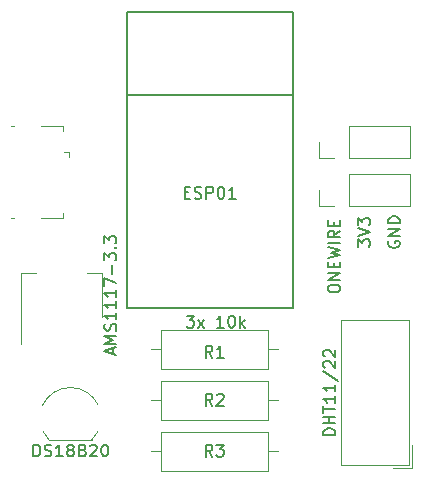
<source format=gbr>
G04 #@! TF.GenerationSoftware,KiCad,Pcbnew,5.1.2*
G04 #@! TF.CreationDate,2019-06-25T15:37:04+02:00*
G04 #@! TF.ProjectId,esp01-tempsensor,65737030-312d-4746-956d-7073656e736f,rev?*
G04 #@! TF.SameCoordinates,Original*
G04 #@! TF.FileFunction,Legend,Top*
G04 #@! TF.FilePolarity,Positive*
%FSLAX46Y46*%
G04 Gerber Fmt 4.6, Leading zero omitted, Abs format (unit mm)*
G04 Created by KiCad (PCBNEW 5.1.2) date 2019-06-25 15:37:04*
%MOMM*%
%LPD*%
G04 APERTURE LIST*
%ADD10C,0.150000*%
%ADD11C,0.200000*%
%ADD12C,0.120000*%
G04 APERTURE END LIST*
D10*
X138366809Y-121372380D02*
X138985857Y-121372380D01*
X138652523Y-121753333D01*
X138795380Y-121753333D01*
X138890619Y-121800952D01*
X138938238Y-121848571D01*
X138985857Y-121943809D01*
X138985857Y-122181904D01*
X138938238Y-122277142D01*
X138890619Y-122324761D01*
X138795380Y-122372380D01*
X138509666Y-122372380D01*
X138414428Y-122324761D01*
X138366809Y-122277142D01*
X139319190Y-122372380D02*
X139843000Y-121705714D01*
X139319190Y-121705714D02*
X139843000Y-122372380D01*
X141509666Y-122372380D02*
X140938238Y-122372380D01*
X141223952Y-122372380D02*
X141223952Y-121372380D01*
X141128714Y-121515238D01*
X141033476Y-121610476D01*
X140938238Y-121658095D01*
X142128714Y-121372380D02*
X142223952Y-121372380D01*
X142319190Y-121420000D01*
X142366809Y-121467619D01*
X142414428Y-121562857D01*
X142462047Y-121753333D01*
X142462047Y-121991428D01*
X142414428Y-122181904D01*
X142366809Y-122277142D01*
X142319190Y-122324761D01*
X142223952Y-122372380D01*
X142128714Y-122372380D01*
X142033476Y-122324761D01*
X141985857Y-122277142D01*
X141938238Y-122181904D01*
X141890619Y-121991428D01*
X141890619Y-121753333D01*
X141938238Y-121562857D01*
X141985857Y-121467619D01*
X142033476Y-121420000D01*
X142128714Y-121372380D01*
X142890619Y-122372380D02*
X142890619Y-121372380D01*
X142985857Y-121991428D02*
X143271571Y-122372380D01*
X143271571Y-121705714D02*
X142890619Y-122086666D01*
D11*
X155456000Y-115061904D02*
X155408380Y-115157142D01*
X155408380Y-115300000D01*
X155456000Y-115442857D01*
X155551238Y-115538095D01*
X155646476Y-115585714D01*
X155836952Y-115633333D01*
X155979809Y-115633333D01*
X156170285Y-115585714D01*
X156265523Y-115538095D01*
X156360761Y-115442857D01*
X156408380Y-115300000D01*
X156408380Y-115204761D01*
X156360761Y-115061904D01*
X156313142Y-115014285D01*
X155979809Y-115014285D01*
X155979809Y-115204761D01*
X156408380Y-114585714D02*
X155408380Y-114585714D01*
X156408380Y-114014285D01*
X155408380Y-114014285D01*
X156408380Y-113538095D02*
X155408380Y-113538095D01*
X155408380Y-113300000D01*
X155456000Y-113157142D01*
X155551238Y-113061904D01*
X155646476Y-113014285D01*
X155836952Y-112966666D01*
X155979809Y-112966666D01*
X156170285Y-113014285D01*
X156265523Y-113061904D01*
X156360761Y-113157142D01*
X156408380Y-113300000D01*
X156408380Y-113538095D01*
X152868380Y-115538095D02*
X152868380Y-114919047D01*
X153249333Y-115252380D01*
X153249333Y-115109523D01*
X153296952Y-115014285D01*
X153344571Y-114966666D01*
X153439809Y-114919047D01*
X153677904Y-114919047D01*
X153773142Y-114966666D01*
X153820761Y-115014285D01*
X153868380Y-115109523D01*
X153868380Y-115395238D01*
X153820761Y-115490476D01*
X153773142Y-115538095D01*
X152868380Y-114633333D02*
X153868380Y-114300000D01*
X152868380Y-113966666D01*
X152868380Y-113728571D02*
X152868380Y-113109523D01*
X153249333Y-113442857D01*
X153249333Y-113300000D01*
X153296952Y-113204761D01*
X153344571Y-113157142D01*
X153439809Y-113109523D01*
X153677904Y-113109523D01*
X153773142Y-113157142D01*
X153820761Y-113204761D01*
X153868380Y-113300000D01*
X153868380Y-113585714D01*
X153820761Y-113680952D01*
X153773142Y-113728571D01*
X150328380Y-119165333D02*
X150328380Y-118974857D01*
X150376000Y-118879619D01*
X150471238Y-118784380D01*
X150661714Y-118736761D01*
X150995047Y-118736761D01*
X151185523Y-118784380D01*
X151280761Y-118879619D01*
X151328380Y-118974857D01*
X151328380Y-119165333D01*
X151280761Y-119260571D01*
X151185523Y-119355809D01*
X150995047Y-119403428D01*
X150661714Y-119403428D01*
X150471238Y-119355809D01*
X150376000Y-119260571D01*
X150328380Y-119165333D01*
X151328380Y-118308190D02*
X150328380Y-118308190D01*
X151328380Y-117736761D01*
X150328380Y-117736761D01*
X150804571Y-117260571D02*
X150804571Y-116927238D01*
X151328380Y-116784380D02*
X151328380Y-117260571D01*
X150328380Y-117260571D01*
X150328380Y-116784380D01*
X150328380Y-116451047D02*
X151328380Y-116212952D01*
X150614095Y-116022476D01*
X151328380Y-115832000D01*
X150328380Y-115593904D01*
X151328380Y-115212952D02*
X150328380Y-115212952D01*
X151328380Y-114165333D02*
X150852190Y-114498666D01*
X151328380Y-114736761D02*
X150328380Y-114736761D01*
X150328380Y-114355809D01*
X150376000Y-114260571D01*
X150423619Y-114212952D01*
X150518857Y-114165333D01*
X150661714Y-114165333D01*
X150756952Y-114212952D01*
X150804571Y-114260571D01*
X150852190Y-114355809D01*
X150852190Y-114736761D01*
X150804571Y-113736761D02*
X150804571Y-113403428D01*
X151328380Y-113260571D02*
X151328380Y-113736761D01*
X150328380Y-113736761D01*
X150328380Y-113260571D01*
D10*
X133335000Y-102697000D02*
X147335000Y-102697000D01*
X133335000Y-95697000D02*
X147335000Y-95697000D01*
X147335000Y-95697000D02*
X147335000Y-120697000D01*
X133335000Y-120697000D02*
X147335000Y-120697000D01*
X133335000Y-95697000D02*
X133335000Y-120697000D01*
D12*
X131172000Y-117724000D02*
X129912000Y-117724000D01*
X124352000Y-117724000D02*
X125612000Y-117724000D01*
X131172000Y-121484000D02*
X131172000Y-117724000D01*
X124352000Y-123734000D02*
X124352000Y-117724000D01*
X157465000Y-134299000D02*
X155855000Y-134299000D01*
X157465000Y-134299000D02*
X157465000Y-132299000D01*
X157185000Y-121759000D02*
X157185000Y-134009000D01*
X151425000Y-121759000D02*
X157185000Y-121759000D01*
X151425000Y-134019000D02*
X151425000Y-121759000D01*
X157175000Y-134019000D02*
X151435000Y-134019000D01*
X126724000Y-131898000D02*
X130324000Y-131898000D01*
X126199816Y-131170795D02*
G75*
G03X126724000Y-131898000I2324184J1122795D01*
G01*
X126167600Y-128949193D02*
G75*
G02X128524000Y-127448000I2356400J-1098807D01*
G01*
X130880400Y-128949193D02*
G75*
G03X128524000Y-127448000I-2356400J-1098807D01*
G01*
X130848184Y-131170795D02*
G75*
G02X130324000Y-131898000I-2324184J1122795D01*
G01*
X145276000Y-134502000D02*
X145276000Y-131182000D01*
X145276000Y-131182000D02*
X136156000Y-131182000D01*
X136156000Y-131182000D02*
X136156000Y-134502000D01*
X136156000Y-134502000D02*
X145276000Y-134502000D01*
X146086000Y-132842000D02*
X145276000Y-132842000D01*
X135346000Y-132842000D02*
X136156000Y-132842000D01*
X145276000Y-130184000D02*
X145276000Y-126864000D01*
X145276000Y-126864000D02*
X136156000Y-126864000D01*
X136156000Y-126864000D02*
X136156000Y-130184000D01*
X136156000Y-130184000D02*
X145276000Y-130184000D01*
X146086000Y-128524000D02*
X145276000Y-128524000D01*
X135346000Y-128524000D02*
X136156000Y-128524000D01*
X145276000Y-125866000D02*
X145276000Y-122546000D01*
X145276000Y-122546000D02*
X136156000Y-122546000D01*
X136156000Y-122546000D02*
X136156000Y-125866000D01*
X136156000Y-125866000D02*
X145276000Y-125866000D01*
X146086000Y-124206000D02*
X145276000Y-124206000D01*
X135346000Y-124206000D02*
X136156000Y-124206000D01*
X127872000Y-105320000D02*
X127872000Y-105770000D01*
X126022000Y-105320000D02*
X127872000Y-105320000D01*
X123472000Y-113120000D02*
X123722000Y-113120000D01*
X123472000Y-105320000D02*
X123722000Y-105320000D01*
X126022000Y-113120000D02*
X127872000Y-113120000D01*
X127872000Y-113120000D02*
X127872000Y-112670000D01*
X128422000Y-107520000D02*
X128422000Y-107970000D01*
X128422000Y-107520000D02*
X127972000Y-107520000D01*
X157286000Y-112074000D02*
X157286000Y-109414000D01*
X152146000Y-112074000D02*
X157286000Y-112074000D01*
X152146000Y-109414000D02*
X157286000Y-109414000D01*
X152146000Y-112074000D02*
X152146000Y-109414000D01*
X150876000Y-112074000D02*
X149546000Y-112074000D01*
X149546000Y-112074000D02*
X149546000Y-110744000D01*
X157286000Y-108010000D02*
X157286000Y-105350000D01*
X152146000Y-108010000D02*
X157286000Y-108010000D01*
X152146000Y-105350000D02*
X157286000Y-105350000D01*
X152146000Y-108010000D02*
X152146000Y-105350000D01*
X150876000Y-108010000D02*
X149546000Y-108010000D01*
X149546000Y-108010000D02*
X149546000Y-106680000D01*
D10*
X138179682Y-110939231D02*
X138513016Y-110939231D01*
X138655873Y-111463040D02*
X138179682Y-111463040D01*
X138179682Y-110463040D01*
X138655873Y-110463040D01*
X139036825Y-111415421D02*
X139179682Y-111463040D01*
X139417778Y-111463040D01*
X139513016Y-111415421D01*
X139560635Y-111367802D01*
X139608254Y-111272564D01*
X139608254Y-111177326D01*
X139560635Y-111082088D01*
X139513016Y-111034469D01*
X139417778Y-110986850D01*
X139227301Y-110939231D01*
X139132063Y-110891612D01*
X139084444Y-110843993D01*
X139036825Y-110748755D01*
X139036825Y-110653517D01*
X139084444Y-110558279D01*
X139132063Y-110510660D01*
X139227301Y-110463040D01*
X139465397Y-110463040D01*
X139608254Y-110510660D01*
X140036825Y-111463040D02*
X140036825Y-110463040D01*
X140417778Y-110463040D01*
X140513016Y-110510660D01*
X140560635Y-110558279D01*
X140608254Y-110653517D01*
X140608254Y-110796374D01*
X140560635Y-110891612D01*
X140513016Y-110939231D01*
X140417778Y-110986850D01*
X140036825Y-110986850D01*
X141227301Y-110463040D02*
X141322540Y-110463040D01*
X141417778Y-110510660D01*
X141465397Y-110558279D01*
X141513016Y-110653517D01*
X141560635Y-110843993D01*
X141560635Y-111082088D01*
X141513016Y-111272564D01*
X141465397Y-111367802D01*
X141417778Y-111415421D01*
X141322540Y-111463040D01*
X141227301Y-111463040D01*
X141132063Y-111415421D01*
X141084444Y-111367802D01*
X141036825Y-111272564D01*
X140989206Y-111082088D01*
X140989206Y-110843993D01*
X141036825Y-110653517D01*
X141084444Y-110558279D01*
X141132063Y-110510660D01*
X141227301Y-110463040D01*
X142513016Y-111463040D02*
X141941587Y-111463040D01*
X142227301Y-111463040D02*
X142227301Y-110463040D01*
X142132063Y-110605898D01*
X142036825Y-110701136D01*
X141941587Y-110748755D01*
X132119666Y-124634000D02*
X132119666Y-124157809D01*
X132405380Y-124729238D02*
X131405380Y-124395904D01*
X132405380Y-124062571D01*
X132405380Y-123729238D02*
X131405380Y-123729238D01*
X132119666Y-123395904D01*
X131405380Y-123062571D01*
X132405380Y-123062571D01*
X132357761Y-122634000D02*
X132405380Y-122491142D01*
X132405380Y-122253047D01*
X132357761Y-122157809D01*
X132310142Y-122110190D01*
X132214904Y-122062571D01*
X132119666Y-122062571D01*
X132024428Y-122110190D01*
X131976809Y-122157809D01*
X131929190Y-122253047D01*
X131881571Y-122443523D01*
X131833952Y-122538761D01*
X131786333Y-122586380D01*
X131691095Y-122634000D01*
X131595857Y-122634000D01*
X131500619Y-122586380D01*
X131453000Y-122538761D01*
X131405380Y-122443523D01*
X131405380Y-122205428D01*
X131453000Y-122062571D01*
X132405380Y-121110190D02*
X132405380Y-121681619D01*
X132405380Y-121395904D02*
X131405380Y-121395904D01*
X131548238Y-121491142D01*
X131643476Y-121586380D01*
X131691095Y-121681619D01*
X132405380Y-120157809D02*
X132405380Y-120729238D01*
X132405380Y-120443523D02*
X131405380Y-120443523D01*
X131548238Y-120538761D01*
X131643476Y-120634000D01*
X131691095Y-120729238D01*
X132405380Y-119205428D02*
X132405380Y-119776857D01*
X132405380Y-119491142D02*
X131405380Y-119491142D01*
X131548238Y-119586380D01*
X131643476Y-119681619D01*
X131691095Y-119776857D01*
X131405380Y-118872095D02*
X131405380Y-118205428D01*
X132405380Y-118634000D01*
X132024428Y-117824476D02*
X132024428Y-117062571D01*
X131405380Y-116681619D02*
X131405380Y-116062571D01*
X131786333Y-116395904D01*
X131786333Y-116253047D01*
X131833952Y-116157809D01*
X131881571Y-116110190D01*
X131976809Y-116062571D01*
X132214904Y-116062571D01*
X132310142Y-116110190D01*
X132357761Y-116157809D01*
X132405380Y-116253047D01*
X132405380Y-116538761D01*
X132357761Y-116634000D01*
X132310142Y-116681619D01*
X132310142Y-115634000D02*
X132357761Y-115586380D01*
X132405380Y-115634000D01*
X132357761Y-115681619D01*
X132310142Y-115634000D01*
X132405380Y-115634000D01*
X131405380Y-115253047D02*
X131405380Y-114634000D01*
X131786333Y-114967333D01*
X131786333Y-114824476D01*
X131833952Y-114729238D01*
X131881571Y-114681619D01*
X131976809Y-114634000D01*
X132214904Y-114634000D01*
X132310142Y-114681619D01*
X132357761Y-114729238D01*
X132405380Y-114824476D01*
X132405380Y-115110190D01*
X132357761Y-115205428D01*
X132310142Y-115253047D01*
X150947380Y-131484238D02*
X149947380Y-131484238D01*
X149947380Y-131246142D01*
X149995000Y-131103285D01*
X150090238Y-131008047D01*
X150185476Y-130960428D01*
X150375952Y-130912809D01*
X150518809Y-130912809D01*
X150709285Y-130960428D01*
X150804523Y-131008047D01*
X150899761Y-131103285D01*
X150947380Y-131246142D01*
X150947380Y-131484238D01*
X150947380Y-130484238D02*
X149947380Y-130484238D01*
X150423571Y-130484238D02*
X150423571Y-129912809D01*
X150947380Y-129912809D02*
X149947380Y-129912809D01*
X149947380Y-129579476D02*
X149947380Y-129008047D01*
X150947380Y-129293761D02*
X149947380Y-129293761D01*
X150947380Y-128150904D02*
X150947380Y-128722333D01*
X150947380Y-128436619D02*
X149947380Y-128436619D01*
X150090238Y-128531857D01*
X150185476Y-128627095D01*
X150233095Y-128722333D01*
X150947380Y-127198523D02*
X150947380Y-127769952D01*
X150947380Y-127484238D02*
X149947380Y-127484238D01*
X150090238Y-127579476D01*
X150185476Y-127674714D01*
X150233095Y-127769952D01*
X149899761Y-126055666D02*
X151185476Y-126912809D01*
X150042619Y-125769952D02*
X149995000Y-125722333D01*
X149947380Y-125627095D01*
X149947380Y-125389000D01*
X149995000Y-125293761D01*
X150042619Y-125246142D01*
X150137857Y-125198523D01*
X150233095Y-125198523D01*
X150375952Y-125246142D01*
X150947380Y-125817571D01*
X150947380Y-125198523D01*
X150042619Y-124817571D02*
X149995000Y-124769952D01*
X149947380Y-124674714D01*
X149947380Y-124436619D01*
X149995000Y-124341380D01*
X150042619Y-124293761D01*
X150137857Y-124246142D01*
X150233095Y-124246142D01*
X150375952Y-124293761D01*
X150947380Y-124865190D01*
X150947380Y-124246142D01*
X125381142Y-133290380D02*
X125381142Y-132290380D01*
X125619238Y-132290380D01*
X125762095Y-132338000D01*
X125857333Y-132433238D01*
X125904952Y-132528476D01*
X125952571Y-132718952D01*
X125952571Y-132861809D01*
X125904952Y-133052285D01*
X125857333Y-133147523D01*
X125762095Y-133242761D01*
X125619238Y-133290380D01*
X125381142Y-133290380D01*
X126333523Y-133242761D02*
X126476380Y-133290380D01*
X126714476Y-133290380D01*
X126809714Y-133242761D01*
X126857333Y-133195142D01*
X126904952Y-133099904D01*
X126904952Y-133004666D01*
X126857333Y-132909428D01*
X126809714Y-132861809D01*
X126714476Y-132814190D01*
X126524000Y-132766571D01*
X126428761Y-132718952D01*
X126381142Y-132671333D01*
X126333523Y-132576095D01*
X126333523Y-132480857D01*
X126381142Y-132385619D01*
X126428761Y-132338000D01*
X126524000Y-132290380D01*
X126762095Y-132290380D01*
X126904952Y-132338000D01*
X127857333Y-133290380D02*
X127285904Y-133290380D01*
X127571619Y-133290380D02*
X127571619Y-132290380D01*
X127476380Y-132433238D01*
X127381142Y-132528476D01*
X127285904Y-132576095D01*
X128428761Y-132718952D02*
X128333523Y-132671333D01*
X128285904Y-132623714D01*
X128238285Y-132528476D01*
X128238285Y-132480857D01*
X128285904Y-132385619D01*
X128333523Y-132338000D01*
X128428761Y-132290380D01*
X128619238Y-132290380D01*
X128714476Y-132338000D01*
X128762095Y-132385619D01*
X128809714Y-132480857D01*
X128809714Y-132528476D01*
X128762095Y-132623714D01*
X128714476Y-132671333D01*
X128619238Y-132718952D01*
X128428761Y-132718952D01*
X128333523Y-132766571D01*
X128285904Y-132814190D01*
X128238285Y-132909428D01*
X128238285Y-133099904D01*
X128285904Y-133195142D01*
X128333523Y-133242761D01*
X128428761Y-133290380D01*
X128619238Y-133290380D01*
X128714476Y-133242761D01*
X128762095Y-133195142D01*
X128809714Y-133099904D01*
X128809714Y-132909428D01*
X128762095Y-132814190D01*
X128714476Y-132766571D01*
X128619238Y-132718952D01*
X129571619Y-132766571D02*
X129714476Y-132814190D01*
X129762095Y-132861809D01*
X129809714Y-132957047D01*
X129809714Y-133099904D01*
X129762095Y-133195142D01*
X129714476Y-133242761D01*
X129619238Y-133290380D01*
X129238285Y-133290380D01*
X129238285Y-132290380D01*
X129571619Y-132290380D01*
X129666857Y-132338000D01*
X129714476Y-132385619D01*
X129762095Y-132480857D01*
X129762095Y-132576095D01*
X129714476Y-132671333D01*
X129666857Y-132718952D01*
X129571619Y-132766571D01*
X129238285Y-132766571D01*
X130190666Y-132385619D02*
X130238285Y-132338000D01*
X130333523Y-132290380D01*
X130571619Y-132290380D01*
X130666857Y-132338000D01*
X130714476Y-132385619D01*
X130762095Y-132480857D01*
X130762095Y-132576095D01*
X130714476Y-132718952D01*
X130143047Y-133290380D01*
X130762095Y-133290380D01*
X131381142Y-132290380D02*
X131476380Y-132290380D01*
X131571619Y-132338000D01*
X131619238Y-132385619D01*
X131666857Y-132480857D01*
X131714476Y-132671333D01*
X131714476Y-132909428D01*
X131666857Y-133099904D01*
X131619238Y-133195142D01*
X131571619Y-133242761D01*
X131476380Y-133290380D01*
X131381142Y-133290380D01*
X131285904Y-133242761D01*
X131238285Y-133195142D01*
X131190666Y-133099904D01*
X131143047Y-132909428D01*
X131143047Y-132671333D01*
X131190666Y-132480857D01*
X131238285Y-132385619D01*
X131285904Y-132338000D01*
X131381142Y-132290380D01*
X140549333Y-133294380D02*
X140216000Y-132818190D01*
X139977904Y-133294380D02*
X139977904Y-132294380D01*
X140358857Y-132294380D01*
X140454095Y-132342000D01*
X140501714Y-132389619D01*
X140549333Y-132484857D01*
X140549333Y-132627714D01*
X140501714Y-132722952D01*
X140454095Y-132770571D01*
X140358857Y-132818190D01*
X139977904Y-132818190D01*
X140882666Y-132294380D02*
X141501714Y-132294380D01*
X141168380Y-132675333D01*
X141311238Y-132675333D01*
X141406476Y-132722952D01*
X141454095Y-132770571D01*
X141501714Y-132865809D01*
X141501714Y-133103904D01*
X141454095Y-133199142D01*
X141406476Y-133246761D01*
X141311238Y-133294380D01*
X141025523Y-133294380D01*
X140930285Y-133246761D01*
X140882666Y-133199142D01*
X140549333Y-128976380D02*
X140216000Y-128500190D01*
X139977904Y-128976380D02*
X139977904Y-127976380D01*
X140358857Y-127976380D01*
X140454095Y-128024000D01*
X140501714Y-128071619D01*
X140549333Y-128166857D01*
X140549333Y-128309714D01*
X140501714Y-128404952D01*
X140454095Y-128452571D01*
X140358857Y-128500190D01*
X139977904Y-128500190D01*
X140930285Y-128071619D02*
X140977904Y-128024000D01*
X141073142Y-127976380D01*
X141311238Y-127976380D01*
X141406476Y-128024000D01*
X141454095Y-128071619D01*
X141501714Y-128166857D01*
X141501714Y-128262095D01*
X141454095Y-128404952D01*
X140882666Y-128976380D01*
X141501714Y-128976380D01*
X140549333Y-124912380D02*
X140216000Y-124436190D01*
X139977904Y-124912380D02*
X139977904Y-123912380D01*
X140358857Y-123912380D01*
X140454095Y-123960000D01*
X140501714Y-124007619D01*
X140549333Y-124102857D01*
X140549333Y-124245714D01*
X140501714Y-124340952D01*
X140454095Y-124388571D01*
X140358857Y-124436190D01*
X139977904Y-124436190D01*
X141501714Y-124912380D02*
X140930285Y-124912380D01*
X141216000Y-124912380D02*
X141216000Y-123912380D01*
X141120761Y-124055238D01*
X141025523Y-124150476D01*
X140930285Y-124198095D01*
M02*

</source>
